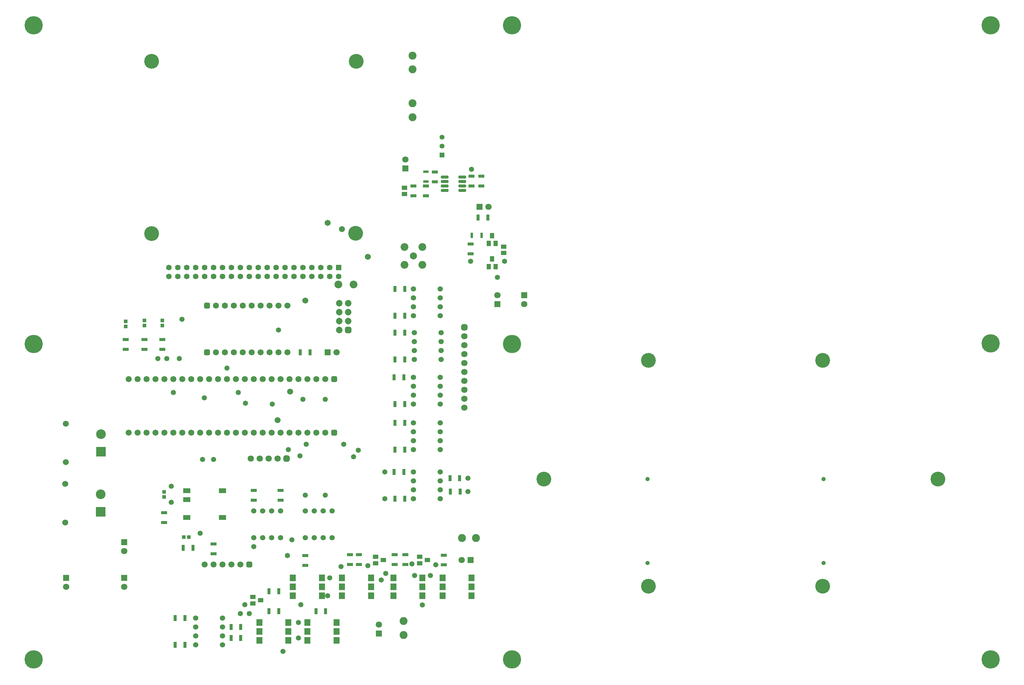
<source format=gts>
G04*
G04 #@! TF.GenerationSoftware,Altium Limited,Altium Designer,22.11.1 (43)*
G04*
G04 Layer_Color=8388736*
%FSLAX44Y44*%
%MOMM*%
G71*
G04*
G04 #@! TF.SameCoordinates,A751104F-70AC-404C-B97E-AE56B71AA5AB*
G04*
G04*
G04 #@! TF.FilePolarity,Negative*
G04*
G01*
G75*
%ADD21R,1.7018X0.9144*%
%ADD22R,1.5492X0.6524*%
%ADD24R,0.6524X1.5492*%
%ADD26R,0.9144X1.7018*%
%ADD33R,1.0032X1.0032*%
G04:AMPARAMS|DCode=34|XSize=2.1732mm|YSize=0.8032mm|CornerRadius=0.1766mm|HoleSize=0mm|Usage=FLASHONLY|Rotation=0.000|XOffset=0mm|YOffset=0mm|HoleType=Round|Shape=RoundedRectangle|*
%AMROUNDEDRECTD34*
21,1,2.1732,0.4500,0,0,0.0*
21,1,1.8200,0.8032,0,0,0.0*
1,1,0.3532,0.9100,-0.2250*
1,1,0.3532,-0.9100,-0.2250*
1,1,0.3532,-0.9100,0.2250*
1,1,0.3532,0.9100,0.2250*
%
%ADD34ROUNDEDRECTD34*%
%ADD35R,1.2032X1.6032*%
%ADD36R,1.6332X1.3032*%
%ADD37R,1.0032X1.0032*%
%ADD38R,1.7232X1.9832*%
%ADD39R,1.6032X1.2032*%
%ADD40R,2.0032X1.4032*%
%ADD41C,1.8032*%
G04:AMPARAMS|DCode=42|XSize=1.8032mm|YSize=1.8032mm|CornerRadius=0.5016mm|HoleSize=0mm|Usage=FLASHONLY|Rotation=180.000|XOffset=0mm|YOffset=0mm|HoleType=Round|Shape=RoundedRectangle|*
%AMROUNDEDRECTD42*
21,1,1.8032,0.8000,0,0,180.0*
21,1,0.8000,1.8032,0,0,180.0*
1,1,1.0032,-0.4000,0.4000*
1,1,1.0032,0.4000,0.4000*
1,1,1.0032,0.4000,-0.4000*
1,1,1.0032,-0.4000,-0.4000*
%
%ADD42ROUNDEDRECTD42*%
%ADD43R,1.3970X1.3970*%
%ADD44C,1.3970*%
%ADD45C,1.8082*%
%ADD46R,1.8082X1.8082*%
%ADD47C,4.2032*%
%ADD48C,1.2192*%
%ADD49R,2.7532X2.7532*%
%ADD50C,2.7532*%
%ADD51C,1.7112*%
%ADD52R,1.8082X1.8082*%
%ADD53C,2.2606*%
%ADD54C,1.5032*%
%ADD55C,1.8532*%
G04:AMPARAMS|DCode=56|XSize=1.8532mm|YSize=1.8532mm|CornerRadius=0.5141mm|HoleSize=0mm|Usage=FLASHONLY|Rotation=90.000|XOffset=0mm|YOffset=0mm|HoleType=Round|Shape=RoundedRectangle|*
%AMROUNDEDRECTD56*
21,1,1.8532,0.8250,0,0,90.0*
21,1,0.8250,1.8532,0,0,90.0*
1,1,1.0282,0.4125,0.4125*
1,1,1.0282,0.4125,-0.4125*
1,1,1.0282,-0.4125,-0.4125*
1,1,1.0282,-0.4125,0.4125*
%
%ADD56ROUNDEDRECTD56*%
%ADD57C,2.0066*%
%ADD58C,2.2098*%
G04:AMPARAMS|DCode=59|XSize=1.8032mm|YSize=1.8032mm|CornerRadius=0.5016mm|HoleSize=0mm|Usage=FLASHONLY|Rotation=270.000|XOffset=0mm|YOffset=0mm|HoleType=Round|Shape=RoundedRectangle|*
%AMROUNDEDRECTD59*
21,1,1.8032,0.8000,0,0,270.0*
21,1,0.8000,1.8032,0,0,270.0*
1,1,1.0032,-0.4000,-0.4000*
1,1,1.0032,-0.4000,0.4000*
1,1,1.0032,0.4000,0.4000*
1,1,1.0032,0.4000,-0.4000*
%
%ADD59ROUNDEDRECTD59*%
%ADD60C,1.7232*%
G04:AMPARAMS|DCode=61|XSize=1.7232mm|YSize=1.7232mm|CornerRadius=0.4816mm|HoleSize=0mm|Usage=FLASHONLY|Rotation=180.000|XOffset=0mm|YOffset=0mm|HoleType=Round|Shape=RoundedRectangle|*
%AMROUNDEDRECTD61*
21,1,1.7232,0.7600,0,0,180.0*
21,1,0.7600,1.7232,0,0,180.0*
1,1,0.9632,-0.3800,0.3800*
1,1,0.9632,0.3800,0.3800*
1,1,0.9632,0.3800,-0.3800*
1,1,0.9632,-0.3800,-0.3800*
%
%ADD61ROUNDEDRECTD61*%
%ADD62C,1.5932*%
%ADD63R,1.5932X1.5932*%
%ADD64C,1.4732*%
%ADD65C,1.7032*%
%ADD66C,2.2032*%
%ADD67C,5.2032*%
D21*
X666750Y534416D02*
D03*
Y506984D02*
D03*
X742950Y534416D02*
D03*
Y506984D02*
D03*
X1285240Y1428496D02*
D03*
Y1401064D02*
D03*
X355600Y936244D02*
D03*
Y963676D02*
D03*
X302260Y936244D02*
D03*
Y963676D02*
D03*
X406400Y936244D02*
D03*
Y963676D02*
D03*
X1313180Y1401064D02*
D03*
Y1428496D02*
D03*
X1181100Y1412748D02*
D03*
Y1440180D02*
D03*
X1282700Y1208024D02*
D03*
Y1235456D02*
D03*
X1155700Y1373124D02*
D03*
Y1400556D02*
D03*
X1120140Y1373124D02*
D03*
Y1400556D02*
D03*
X411480Y443484D02*
D03*
Y470916D02*
D03*
X1097280Y351536D02*
D03*
Y324104D02*
D03*
X965200D02*
D03*
Y351536D02*
D03*
X939800Y324104D02*
D03*
Y351536D02*
D03*
X552450Y354584D02*
D03*
Y382016D02*
D03*
X812800Y348996D02*
D03*
Y321564D02*
D03*
X1206500Y350266D02*
D03*
Y322834D02*
D03*
X1066800Y324104D02*
D03*
Y351536D02*
D03*
D22*
X1155700Y1441742D02*
D03*
Y1413218D02*
D03*
D24*
X1286218Y1259840D02*
D03*
X1314742D02*
D03*
D26*
X1304544Y1310640D02*
D03*
X1331976D02*
D03*
X493776Y370840D02*
D03*
X466344D02*
D03*
X1253236Y530860D02*
D03*
X1225804D02*
D03*
X1065784Y586740D02*
D03*
X1093216D02*
D03*
X1251712Y568960D02*
D03*
X1224280D02*
D03*
X1068324Y510540D02*
D03*
X1095756D02*
D03*
X1068324Y1107440D02*
D03*
X1095756D02*
D03*
X1068324Y1031240D02*
D03*
X1095756D02*
D03*
X1068324Y982980D02*
D03*
X1095756D02*
D03*
X1068324Y906780D02*
D03*
X1095756D02*
D03*
X1065784Y855980D02*
D03*
X1093216D02*
D03*
X1068324Y779780D02*
D03*
X1095756D02*
D03*
X1068324Y726440D02*
D03*
X1095756D02*
D03*
X1068324Y650240D02*
D03*
X1095756D02*
D03*
X629666Y114300D02*
D03*
X602234D02*
D03*
X629666Y146050D02*
D03*
X602234D02*
D03*
X737616Y190500D02*
D03*
X710184D02*
D03*
X870966D02*
D03*
X843534D02*
D03*
X826516Y927100D02*
D03*
X799084D02*
D03*
X737616Y247650D02*
D03*
X710184D02*
D03*
X443484Y171450D02*
D03*
X470916D02*
D03*
X443484Y95250D02*
D03*
X470916D02*
D03*
D33*
X302260Y1015880D02*
D03*
Y1000880D02*
D03*
X355600Y1018420D02*
D03*
Y1003420D02*
D03*
X406400Y1018420D02*
D03*
Y1003420D02*
D03*
X411480Y530740D02*
D03*
Y515740D02*
D03*
D34*
X1259140Y1426210D02*
D03*
Y1413510D02*
D03*
Y1400810D02*
D03*
Y1388110D02*
D03*
X1209740D02*
D03*
Y1400810D02*
D03*
Y1413510D02*
D03*
Y1426210D02*
D03*
D35*
X1334820Y1170940D02*
D03*
X1353820D02*
D03*
X1344320Y1192940D02*
D03*
Y1258980D02*
D03*
X1353820Y1236980D02*
D03*
X1334820D02*
D03*
D36*
X1094740Y1377960D02*
D03*
Y1395720D02*
D03*
X1376680Y1228080D02*
D03*
Y1210320D02*
D03*
D37*
X482480Y401320D02*
D03*
X467480D02*
D03*
D38*
X765150Y158750D02*
D03*
Y107950D02*
D03*
Y133350D02*
D03*
X682650Y158750D02*
D03*
Y107950D02*
D03*
Y133350D02*
D03*
X917600Y234950D02*
D03*
Y285750D02*
D03*
Y260350D02*
D03*
X1000100Y234950D02*
D03*
Y285750D02*
D03*
Y260350D02*
D03*
X901700Y158750D02*
D03*
Y107950D02*
D03*
Y133350D02*
D03*
X819200Y158750D02*
D03*
Y107950D02*
D03*
Y133350D02*
D03*
X1285850Y260350D02*
D03*
Y285750D02*
D03*
Y234950D02*
D03*
X1203350Y260350D02*
D03*
Y285750D02*
D03*
Y234950D02*
D03*
X1063650D02*
D03*
Y285750D02*
D03*
Y260350D02*
D03*
X1146150Y234950D02*
D03*
Y285750D02*
D03*
Y260350D02*
D03*
X860400D02*
D03*
Y285750D02*
D03*
Y234950D02*
D03*
X777900Y260350D02*
D03*
Y285750D02*
D03*
Y234950D02*
D03*
D39*
X685800Y222250D02*
D03*
X663800Y212750D02*
D03*
Y231750D02*
D03*
X1013050Y346050D02*
D03*
Y327050D02*
D03*
X1035050Y336550D02*
D03*
X1138350Y346050D02*
D03*
Y327050D02*
D03*
X1160350Y336550D02*
D03*
D40*
X578050Y533400D02*
D03*
Y457200D02*
D03*
X476050D02*
D03*
Y508000D02*
D03*
Y533400D02*
D03*
D41*
X708660Y624840D02*
D03*
X734060D02*
D03*
X683260D02*
D03*
X657860D02*
D03*
X1264920Y769620D02*
D03*
Y795020D02*
D03*
Y871220D02*
D03*
Y922020D02*
D03*
Y972820D02*
D03*
Y947420D02*
D03*
Y896620D02*
D03*
Y845820D02*
D03*
Y820420D02*
D03*
D42*
X759460Y624840D02*
D03*
D43*
X1201420Y1488440D02*
D03*
D44*
Y1513840D02*
D03*
Y1539240D02*
D03*
D45*
X1097280Y1475740D02*
D03*
X1435100Y1064260D02*
D03*
X1333500Y1341120D02*
D03*
X1257300Y336550D02*
D03*
X901700Y927100D02*
D03*
X298450Y361950D02*
D03*
Y260350D02*
D03*
X133350D02*
D03*
X1022350Y152400D02*
D03*
X1358900Y1089660D02*
D03*
D46*
X1097280Y1450340D02*
D03*
X1435100Y1089660D02*
D03*
X298450Y387350D02*
D03*
Y285750D02*
D03*
X133350D02*
D03*
X1022350Y127000D02*
D03*
X1358900Y1064260D02*
D03*
D47*
X2283460Y904240D02*
D03*
Y261620D02*
D03*
X1788160D02*
D03*
Y904240D02*
D03*
X2611120Y566420D02*
D03*
X1490980D02*
D03*
X375920Y1264920D02*
D03*
Y1755140D02*
D03*
X957580D02*
D03*
X956332Y1266353D02*
D03*
D48*
X2286000Y327660D02*
D03*
Y566420D02*
D03*
X1785620Y327660D02*
D03*
Y566420D02*
D03*
D49*
X232080Y644680D02*
D03*
X231140Y473240D02*
D03*
D50*
X232080Y694680D02*
D03*
X231140Y523240D02*
D03*
D51*
X132080Y724680D02*
D03*
Y614680D02*
D03*
X131140Y443240D02*
D03*
Y553240D02*
D03*
D52*
X1308100Y1341120D02*
D03*
X1282700Y336550D02*
D03*
X876300Y927100D02*
D03*
D53*
X1297940Y398780D02*
D03*
X1258340D02*
D03*
X1092200Y122960D02*
D03*
Y162560D02*
D03*
X1117600Y1732280D02*
D03*
Y1771880D02*
D03*
Y1596160D02*
D03*
Y1635760D02*
D03*
D54*
X1196340Y510540D02*
D03*
Y535940D02*
D03*
X1120140Y510540D02*
D03*
Y535940D02*
D03*
X1196340Y586740D02*
D03*
Y561340D02*
D03*
X1120140D02*
D03*
Y586740D02*
D03*
X742950Y476250D02*
D03*
X717550D02*
D03*
Y400050D02*
D03*
X742950D02*
D03*
X692150Y476250D02*
D03*
X666750D02*
D03*
X692150Y400050D02*
D03*
X666750D02*
D03*
X1196340Y650240D02*
D03*
Y675640D02*
D03*
X1120140Y650240D02*
D03*
Y675640D02*
D03*
X1196340Y726440D02*
D03*
Y701040D02*
D03*
X1120140D02*
D03*
Y726440D02*
D03*
X1196340Y779780D02*
D03*
Y805180D02*
D03*
X1120140Y779780D02*
D03*
Y805180D02*
D03*
X1196340Y855980D02*
D03*
Y830580D02*
D03*
X1120140D02*
D03*
Y855980D02*
D03*
X1198880Y906780D02*
D03*
Y932180D02*
D03*
X1122680Y906780D02*
D03*
Y932180D02*
D03*
X1198880Y982980D02*
D03*
Y957580D02*
D03*
X1122680D02*
D03*
Y982980D02*
D03*
X1196340Y1031240D02*
D03*
Y1056640D02*
D03*
X1120140Y1031240D02*
D03*
Y1056640D02*
D03*
X1196340Y1107440D02*
D03*
Y1082040D02*
D03*
X1120140D02*
D03*
Y1107440D02*
D03*
X577850Y95250D02*
D03*
Y120650D02*
D03*
X501650Y95250D02*
D03*
Y120650D02*
D03*
X577850Y171450D02*
D03*
Y146050D02*
D03*
X501650D02*
D03*
Y171450D02*
D03*
X889000Y476250D02*
D03*
X863600D02*
D03*
X889000Y400050D02*
D03*
X863600D02*
D03*
X812800Y476250D02*
D03*
X838200D02*
D03*
Y400050D02*
D03*
X812800D02*
D03*
D55*
X909320Y1066800D02*
D03*
Y1041400D02*
D03*
X934720Y1066800D02*
D03*
Y1041400D02*
D03*
X909320Y990600D02*
D03*
X934720Y1016000D02*
D03*
X909320D02*
D03*
D56*
X934720Y990600D02*
D03*
D57*
X1120140Y1201420D02*
D03*
D58*
X1094740Y1176020D02*
D03*
X1145540D02*
D03*
Y1226820D02*
D03*
X1094740D02*
D03*
D59*
X1264920Y998220D02*
D03*
D60*
X311150Y850900D02*
D03*
X336550D02*
D03*
X361950D02*
D03*
X387350D02*
D03*
X412750D02*
D03*
X438150D02*
D03*
X463550D02*
D03*
X539750D02*
D03*
X565150D02*
D03*
X590550D02*
D03*
X641350D02*
D03*
X692150D02*
D03*
X717550D02*
D03*
X768350D02*
D03*
X793750D02*
D03*
X819150D02*
D03*
X869950D02*
D03*
X844550D02*
D03*
X742950D02*
D03*
X666750D02*
D03*
X615950D02*
D03*
X514350D02*
D03*
X488950D02*
D03*
X311150Y698500D02*
D03*
X336550D02*
D03*
X361950D02*
D03*
X387350D02*
D03*
X412750D02*
D03*
X438150D02*
D03*
X463550D02*
D03*
X539750D02*
D03*
X565150D02*
D03*
X590550D02*
D03*
X641350D02*
D03*
X692150D02*
D03*
X717550D02*
D03*
X768350D02*
D03*
X793750D02*
D03*
X819150D02*
D03*
X869950D02*
D03*
X844550D02*
D03*
X742950D02*
D03*
X666750D02*
D03*
X615950D02*
D03*
X514350D02*
D03*
X488950D02*
D03*
X685800Y1060450D02*
D03*
X584200D02*
D03*
X558800D02*
D03*
X609600D02*
D03*
X635000D02*
D03*
X660400D02*
D03*
X711200D02*
D03*
X736600D02*
D03*
X762000D02*
D03*
X685800Y927100D02*
D03*
X584200D02*
D03*
X558800D02*
D03*
X609600D02*
D03*
X635000D02*
D03*
X660400D02*
D03*
X711200D02*
D03*
X736600D02*
D03*
X762000D02*
D03*
X527050Y323850D02*
D03*
X552450D02*
D03*
X577850D02*
D03*
X628650D02*
D03*
X603250D02*
D03*
D61*
X895350Y850900D02*
D03*
Y698500D02*
D03*
X533400Y1060450D02*
D03*
Y927100D02*
D03*
X654050Y323850D02*
D03*
D62*
X425450Y1143000D02*
D03*
Y1168400D02*
D03*
X450850Y1143000D02*
D03*
Y1168400D02*
D03*
X476250Y1143000D02*
D03*
Y1168400D02*
D03*
X501650Y1143000D02*
D03*
Y1168400D02*
D03*
X527050Y1143000D02*
D03*
Y1168400D02*
D03*
X552450Y1143000D02*
D03*
Y1168400D02*
D03*
X577850Y1143000D02*
D03*
Y1168400D02*
D03*
X603250Y1143000D02*
D03*
Y1168400D02*
D03*
X628650Y1143000D02*
D03*
Y1168400D02*
D03*
X654050Y1143000D02*
D03*
Y1168400D02*
D03*
X679450Y1143000D02*
D03*
Y1168400D02*
D03*
X704850Y1143000D02*
D03*
Y1168400D02*
D03*
X730250Y1143000D02*
D03*
Y1168400D02*
D03*
X755650Y1143000D02*
D03*
Y1168400D02*
D03*
X781050Y1143000D02*
D03*
Y1168400D02*
D03*
X806450Y1143000D02*
D03*
Y1168400D02*
D03*
X831850Y1143000D02*
D03*
Y1168400D02*
D03*
X857250Y1143000D02*
D03*
Y1168400D02*
D03*
X882650Y1143000D02*
D03*
Y1168400D02*
D03*
X908050Y1143000D02*
D03*
D63*
Y1168400D02*
D03*
D64*
X764540Y650240D02*
D03*
X1285240Y1447800D02*
D03*
X1358900Y1140460D02*
D03*
X462280Y1021080D02*
D03*
X1379220Y1186180D02*
D03*
X1282700D02*
D03*
X736600Y990600D02*
D03*
X454660Y909320D02*
D03*
X393700D02*
D03*
X419100D02*
D03*
X1275080Y530860D02*
D03*
Y568960D02*
D03*
X1038860Y510540D02*
D03*
Y586740D02*
D03*
X431800Y546100D02*
D03*
Y500380D02*
D03*
X1145540Y208280D02*
D03*
X525780Y797560D02*
D03*
X718820Y779780D02*
D03*
X642620Y782320D02*
D03*
X949960Y629920D02*
D03*
X797560Y632460D02*
D03*
X963930Y648970D02*
D03*
X1116330Y325120D02*
D03*
X815340Y665480D02*
D03*
X922020D02*
D03*
X990600Y320040D02*
D03*
X1183640Y322580D02*
D03*
X749300Y76200D02*
D03*
X628650Y184150D02*
D03*
X793750Y114300D02*
D03*
X654050Y184150D02*
D03*
X869950Y793750D02*
D03*
X806450D02*
D03*
X438150Y812800D02*
D03*
X622300D02*
D03*
X1123950Y292100D02*
D03*
X882650Y285750D02*
D03*
X1168400Y292100D02*
D03*
X1028700Y279400D02*
D03*
X1041400Y298450D02*
D03*
X914400Y317500D02*
D03*
X774700Y393700D02*
D03*
X762000Y349250D02*
D03*
X514350Y412750D02*
D03*
X552450Y622300D02*
D03*
X520700D02*
D03*
X869950Y520700D02*
D03*
X812800D02*
D03*
X590550Y882650D02*
D03*
X876300Y234950D02*
D03*
X793750Y158750D02*
D03*
X800100Y209550D02*
D03*
X666750Y374650D02*
D03*
X641350Y209550D02*
D03*
D65*
X812800Y1074420D02*
D03*
X734060Y734060D02*
D03*
X769620Y815340D02*
D03*
X990600Y1198880D02*
D03*
X916940Y1277620D02*
D03*
X876300Y1295400D02*
D03*
D66*
X906780Y1120140D02*
D03*
X949960D02*
D03*
D67*
X1400810Y951230D02*
D03*
Y53340D02*
D03*
Y1858010D02*
D03*
X2760980Y53340D02*
D03*
Y1858010D02*
D03*
Y952500D02*
D03*
X40640Y951230D02*
D03*
Y1858010D02*
D03*
Y53340D02*
D03*
M02*

</source>
